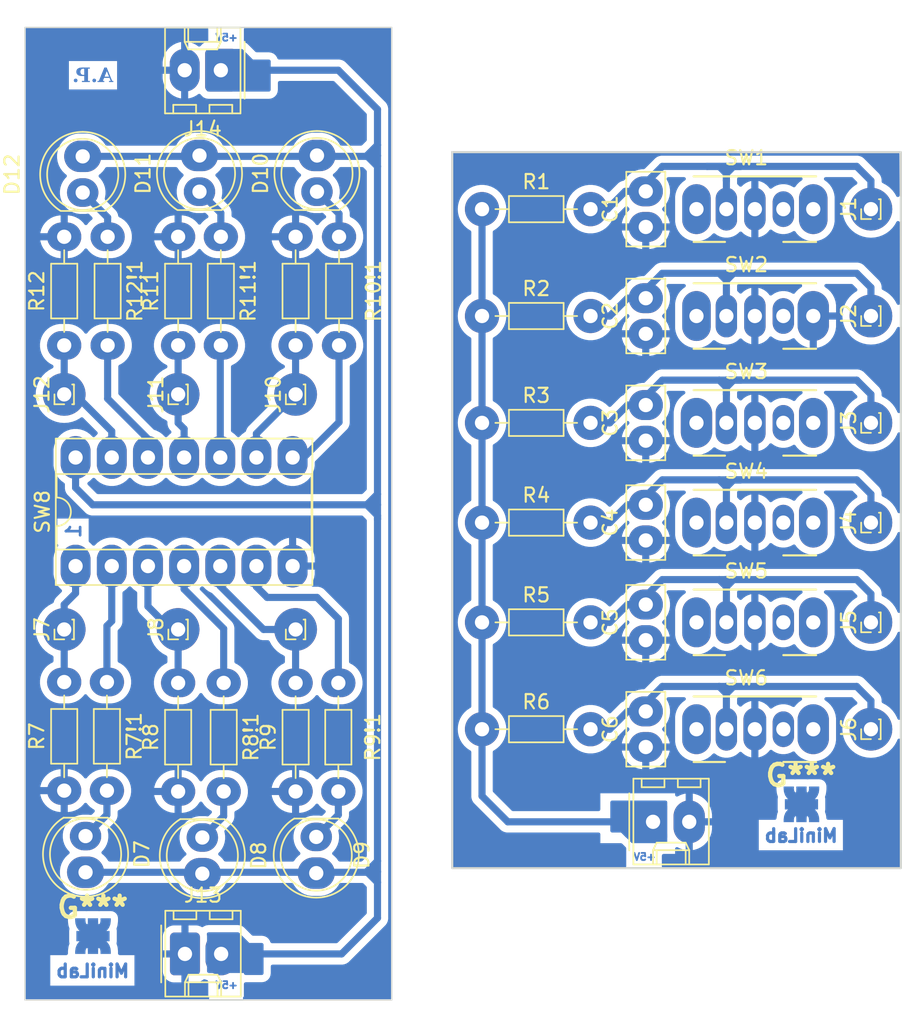
<source format=kicad_pcb>
(kicad_pcb (version 20240108) (generator "pcbnew") (generator_version "8.0")
  (layers (0 "F.Cu" signal) (31 "B.Cu" signal) (34 "B.Paste" user) (35 "F.Paste" user) (36 "B.SilkS" user "B.Silkscreen") (37 "F.SilkS" user "F.Silkscreen") (38 "B.Mask" user) (39 "F.Mask" user) (44 "Edge.Cuts" user))
  (net 0 "")
  (net 1 "GND")
  (net 2 "Net-(J2-Pin_1)")
  (net 3 "Net-(J3-Pin_1)")
  (net 4 "Net-(J4-Pin_1)")
  (net 5 "Net-(J5-Pin_1)")
  (net 6 "Net-(J6-Pin_1)")
  (net 7 "Net-(J7-Pin_1)")
  (net 8 "Net-(J8-Pin_1)")
  (net 9 "Net-(J9-Pin_1)")
  (net 10 "Net-(J10-Pin_1)")
  (net 11 "Net-(J11-Pin_1)")
  (net 12 "Net-(J12-Pin_1)")
  (net 13 "Net-(J1-Pin_1)")
  (net 14 "Net-(D7-K)")
  (net 15 "+5V")
  (net 16 "Net-(D8-K)")
  (net 17 "Net-(D9-K)")
  (net 18 "Net-(D10-K)")
  (net 19 "Net-(D11-K)")
  (net 20 "Net-(D12-K)")
  (net 21 "Net-(R7!1-Pad1)")
  (net 22 "Net-(R8!1-Pad1)")
  (net 23 "Net-(R9!1-Pad1)")
  (net 24 "Net-(R10!1-Pad2)")
  (net 25 "Net-(R11!1-Pad2)")
  (net 26 "Net-(R12!1-Pad2)")
  (net 27 "VCC")
  (net 28 "GND1")
  (footprint "Connector_PinHeader_1.00mm:PinHeader_1x01_P1.00mm_Vertical" (layer "F.Cu") (at 154.15 87.25 90)
    (property "Reference" "J4" (at 0 -1.56 90) (layer "F.SilkS"))
    (property "Value" "Out 5V/0V")
    (pad "1" thru_hole circle (at 0 0 90) (size 3 3) (drill 1) (layers "*.Cu" "*.Mask") (net 4 "Net-(J4-Pin_1)"))
  )
  (footprint "Resistor_THT:R_Axial_DIN0204_L3.6mm_D1.6mm_P7.62mm_Horizontal" (layer "F.Cu") (at 126.84 94.25)
    (property "Reference" "R5" (at 3.81 -1.92 0) (layer "F.SilkS"))
    (property "Value" "1k Omh")
    (pad "1" thru_hole circle (at 0 0) (size 2.4 2.4) (drill 1) (layers "*.Cu" "*.Mask") (net 27 "VCC"))
    (pad "2" thru_hole circle (at 7.62 0) (size 2.4 2.4) (drill 1) (layers "*.Cu" "*.Mask") (net 5 "Net-(J5-Pin_1)"))
  )
  (footprint "Resistor_THT:R_Axial_DIN0204_L3.6mm_D1.6mm_P7.62mm_Horizontal" (layer "F.Cu") (at 116.8 67.19 -90)
    (property "Reference" "R10!1" (at 3.81 -2.42 90) (layer "F.SilkS"))
    (property "Value" "470 Omh")
    (pad "1" thru_hole oval (at 0 0 270) (size 2 2.4) (drill 1) (layers "*.Cu" "*.Mask") (net 18 "Net-(D10-K)"))
    (pad "2" thru_hole oval (at 7.62 0 270) (size 2 2.4) (drill 1) (layers "*.Cu" "*.Mask") (net 24 "Net-(R10!1-Pad2)"))
  )
  (footprint "Resistor_THT:R_Axial_DIN0204_L3.6mm_D1.6mm_P7.62mm_Horizontal" (layer "F.Cu") (at 126.84 65.25)
    (property "Reference" "R1" (at 3.81 -1.92 0) (layer "F.SilkS"))
    (property "Value" "1k Omh")
    (pad "1" thru_hole circle (at 0 0) (size 2.4 2.4) (drill 1) (layers "*.Cu" "*.Mask") (net 27 "VCC"))
    (pad "2" thru_hole circle (at 7.62 0) (size 2.4 2.4) (drill 1) (layers "*.Cu" "*.Mask") (net 13 "Net-(J1-Pin_1)"))
  )
  (footprint "Connector_PinHeader_1.00mm:PinHeader_1x01_P1.00mm_Vertical" (layer "F.Cu") (at 97.5 94.75 90)
    (property "Reference" "J7" (at 0 -1.56 90) (layer "F.SilkS"))
    (property "Value" "Vin")
    (pad "1" thru_hole circle (at 0 0 90) (size 3 3) (drill 1) (layers "*.Cu" "*.Mask") (net 7 "Net-(J7-Pin_1)"))
  )
  (footprint "LED_THT:LED_D5.0mm" (layer "F.Cu") (at 99 109.25 -90)
    (property "Reference" "D7" (at 1.27 -3.96 90) (layer "F.SilkS"))
    (property "Value" "LED")
    (pad "1" thru_hole oval (at 0 0 270) (size 2 2.2) (drill 1) (layers "*.Cu" "*.Mask") (net 14 "Net-(D7-K)"))
    (pad "2" thru_hole oval (at 2.54 0 270) (size 2.2 2.6) (drill 1) (layers "*.Cu" "*.Mask") (net 15 "+5V"))
  )
  (footprint "LED_THT:LED_D5.0mm" (layer "F.Cu") (at 115.2 109.31 -90)
    (property "Reference" "D9" (at 1.27 -3.21 90) (layer "F.SilkS"))
    (property "Value" "LED")
    (pad "1" thru_hole oval (at 0 0 270) (size 2 2.2) (drill 1) (layers "*.Cu" "*.Mask") (net 17 "Net-(D9-K)"))
    (pad "2" thru_hole oval (at 2.54 0 270) (size 2.2 2.6) (drill 1) (layers "*.Cu" "*.Mask") (net 15 "+5V"))
  )
  (footprint "Button_Switch_THT:SW_CuK_OS102011MA1QN1_SPDT_Angled" (layer "F.Cu") (at 144 80.25)
    (property "Reference" "SW3" (at 1.4 -3.6 0) (layer "F.SilkS"))
    (property "Value" "SW_SPST")
    (pad "" thru_hole oval (at -2.1 0) (size 2.2 3.5) (drill 1) (layers "*.Cu" "*.Mask"))
    (pad "" thru_hole oval (at 6.1 0) (size 2 3.5) (drill 1) (layers "*.Cu" "*.Mask"))
    (pad "1" thru_hole oval (at 0 0) (size 1.5 3) (drill 1) (layers "*.Cu" "*.Mask") (net 3 "Net-(J3-Pin_1)"))
    (pad "2" thru_hole oval (at 2 0) (size 1.5 3) (drill 1) (layers "*.Cu" "*.Mask") (net 28 "GND1"))
    (pad "3" thru_hole oval (at 4 0) (size 1.5 2.5) (drill 1) (layers "*.Cu" "*.Mask"))
  )
  (footprint "LED_THT:LED_D5.0mm" (layer "F.Cu") (at 107 64.025 90)
    (property "Reference" "D11" (at 1.27 -3.96 90) (layer "F.SilkS"))
    (property "Value" "LED")
    (pad "1" thru_hole oval (at 0 0 90) (size 2 2.2) (drill 1) (layers "*.Cu" "*.Mask") (net 19 "Net-(D11-K)"))
    (pad "2" thru_hole oval (at 2.54 0 90) (size 2.2 2.6) (drill 1) (layers "*.Cu" "*.Mask") (net 15 "+5V"))
  )
  (footprint "Resistor_THT:R_Axial_DIN0204_L3.6mm_D1.6mm_P7.62mm_Horizontal" (layer "F.Cu") (at 113.75 74.81 90)
    (property "Reference" "R10" (hide yes))
    (property "Value" "10k Omh")
    (pad "1" thru_hole oval (at 0 0 90) (size 2 2.4) (drill 1) (layers "*.Cu" "*.Mask") (net 10 "Net-(J10-Pin_1)"))
    (pad "2" thru_hole oval (at 7.62 0 90) (size 2 2.4) (drill 1) (layers "*.Cu" "*.Mask") (net 1 "GND"))
  )
  (footprint "Connector_Molex:Molex_KK-254_AE-6410-02A_1x02_P2.54mm_Vertical" (layer "F.Cu") (at 108.5 55.5 180)
    (property "Reference" "J14" (at 1.27 -4.12 0) (layer "F.SilkS"))
    (property "Value" "In 5V")
    (pad "1" thru_hole roundrect (at 0 0 180) (size 2.2 3) (drill 1) (layers "*.Cu" "*.Mask") (roundrect_rratio 0.143678) (net 15 "+5V"))
    (pad "2" thru_hole oval (at 2.54 0 180) (size 2.1 3) (drill 1) (layers "*.Cu" "*.Mask") (net 1 "GND"))
  )
  (footprint "Button_Switch_THT:SW_CuK_OS102011MA1QN1_SPDT_Angled" (layer "F.Cu") (at 144 87.25)
    (property "Reference" "SW4" (at 1.4 -3.6 0) (layer "F.SilkS"))
    (property "Value" "SW_SPST")
    (pad "" thru_hole oval (at -2.1 0) (size 2 3.5) (drill 1) (layers "*.Cu" "*.Mask"))
    (pad "" thru_hole oval (at 6.1 0) (size 2 3.5) (drill 1) (layers "*.Cu" "*.Mask"))
    (pad "1" thru_hole oval (at 0 0) (size 1.5 3) (drill 1) (layers "*.Cu" "*.Mask") (net 4 "Net-(J4-Pin_1)"))
    (pad "2" thru_hole oval (at 2 0) (size 1.5 3) (drill 1) (layers "*.Cu" "*.Mask") (net 28 "GND1"))
    (pad "3" thru_hole oval (at 4 0) (size 1.5 2.5) (drill 1) (layers "*.Cu" "*.Mask"))
  )
  (footprint "Capacitor_THT:C_Disc_D5.0mm_W2.5mm_P2.50mm" (layer "F.Cu") (at 138.34 81.5 90)
    (property "Reference" "C3" (at 1.25 -2.5 90) (layer "F.SilkS"))
    (property "Value" "0,1 uF")
    (pad "1" thru_hole oval (at 0 0 90) (size 2.1 2.4) (drill 1) (layers "*.Cu" "*.Mask") (net 28 "GND1"))
    (pad "2" thru_hole oval (at 2.5 0 90) (size 2.1 2.4) (drill 1) (layers "*.Cu" "*.Mask") (net 3 "Net-(J3-Pin_1)"))
  )
  (footprint "Button_Switch_THT:SW_CuK_OS102011MA1QN1_SPDT_Angled" (layer "F.Cu") (at 144 101.75)
    (property "Reference" "SW6" (at 1.4 -3.6 0) (layer "F.SilkS"))
    (property "Value" "SW_SPST")
    (pad "" thru_hole oval (at -2.1 0) (size 2 3.5) (drill 1) (layers "*.Cu" "*.Mask"))
    (pad "" thru_hole oval (at 6.1 0) (size 2.2 3.5) (drill 1) (layers "*.Cu" "*.Mask"))
    (pad "1" thru_hole oval (at 0 0) (size 1.5 3) (drill 1) (layers "*.Cu" "*.Mask") (net 6 "Net-(J6-Pin_1)"))
    (pad "2" thru_hole oval (at 2 0) (size 1.6 3) (drill 1) (layers "*.Cu" "*.Mask") (net 28 "GND1"))
    (pad "3" thru_hole oval (at 4 0) (size 1.5 2.5) (drill 1) (layers "*.Cu" "*.Mask"))
  )
  (footprint "Connector_PinHeader_1.00mm:PinHeader_1x01_P1.00mm_Vertical" (layer "F.Cu") (at 105.5 94.75 90)
    (property "Reference" "J8" (at 0 -1.56 90) (layer "F.SilkS"))
    (property "Value" "Vin")
    (pad "1" thru_hole circle (at 0 0 90) (size 3 3) (drill 1) (layers "*.Cu" "*.Mask") (net 8 "Net-(J8-Pin_1)"))
  )
  (footprint "Connector_PinHeader_1.00mm:PinHeader_1x01_P1.00mm_Vertical" (layer "F.Cu") (at 97.5 78.25 90)
    (property "Reference" "J12" (at 0 -1.56 90) (layer "F.SilkS"))
    (property "Value" "Vin")
    (pad "1" thru_hole circle (at 0 0 90) (size 3 3) (drill 1) (layers "*.Cu" "*.Mask") (net 12 "Net-(J12-Pin_1)"))
  )
  (footprint "Button_Switch_THT:SW_CuK_OS102011MA1QN1_SPDT_Angled" (layer "F.Cu") (at 144 65.25)
    (property "Reference" "SW1" (at 1.4 -3.6 0) (layer "F.SilkS"))
    (property "Value" "SW_SPST")
    (pad "" thru_hole oval (at -2.1 0) (size 2 3.5) (drill 1) (layers "*.Cu" "*.Mask"))
    (pad "" thru_hole oval (at 6.1 0) (size 2 3.5) (drill 1) (layers "*.Cu" "*.Mask"))
    (pad "1" thru_hole oval (at 0 0) (size 1.5 3) (drill 1) (layers "*.Cu" "*.Mask") (net 13 "Net-(J1-Pin_1)"))
    (pad "2" thru_hole oval (at 2 0) (size 1.5 3) (drill 1) (layers "*.Cu" "*.Mask") (net 28 "GND1"))
    (pad "3" thru_hole oval (at 4 0) (size 1.5 2.5) (drill 1) (layers "*.Cu" "*.Mask"))
  )
  (footprint "logoutn:utnkicad2mm" (layer "F.Cu") (at 149.25 107)
    (property "Reference" "G***" (at 0 -2 0) (layer "F.SilkS") (effects (font (size 1.5 1.5) (thickness 0.3))))
    (property "Value" "LOGO" (hide yes))
    (fp_poly (pts (xy -0.508848 -1.068581) (xy -0.488958 -0.926752) (xy -0.435901 -0.833081) (xy -0.373156 -0.805676) (xy -0.353801 -0.843826) (xy -0.341519 -0.941366) (xy -0.339232 -1.017696) (xy -0.339232 -1.229716) (xy 0.021202 -1.229716) (xy 0.381636 -1.229716) (xy 0.381636 -1.017696) (xy 0.38774 -0.896733) (xy 0.403346 -0.819968) (xy 0.415559 -0.805676) (xy 0.488761 -0.844214) (xy 0.537108 -0.947012) (xy 0.551252 -1.068581) (xy 0.551252 -1.229716) (xy 0.911686 -1.229716) (xy 1.27212 -1.229716) (xy 1.27212 -1.037537) (xy 1.240068 -0.799653) (xy 1.152372 -0.577864) (xy 1.050684 -0.43522) (xy 0.960509 -0.339232) (xy 1.07391 -0.339232) (xy 1.187312 -0.339232) (xy 1.187312 0.021202) (xy 1.187312 0.381636) (xy 1.07391 0.381636) (xy 0.960509 0.381636) (xy 1.050684 0.477623) (xy 1.173761 0.661697) (xy 1.25134 0.889467) (xy 1.27212 1.07994) (xy 1.27212 1.27212) (xy 0.911686 1.27212) (xy 0.551252 1.27212) (xy 0.551252 1.110985) (xy 0.531361 0.969155) (xy 0.478305 0.875484) (xy 0.415559 0.84808) (xy 0.396205 0.88623) (xy 0.383922 0.983769) (xy 0.381636 1.0601) (xy 0.381636 1.27212) (xy 0.021202 1.27212) (xy -0.339232 1.27212) (xy -0.339232 1.0601) (xy -0.345336 0.939136) (xy -0.360943 0.862371) (xy -0.373156 0.84808) (xy -0.446358 0.886617) (xy -0.494704 0.989415) (xy -0.508848 1.110985) (xy -0.508848 1.27212) (xy -0.869282 1.27212) (xy -1.229716 1.27212) (xy -1.229716 1.07994) (xy -1.197665 0.842057) (xy -1.109968 0.620268) (xy -1.008281 0.477623) (xy -0.918105 0.381636) (xy -1.031507 0.381636) (xy -1.144908 0.381636) (xy -1.144908 0.021202) (xy -1.144908 -0.339232) (xy -1.031507 -0.339232) (xy -0.918105 -0.339232) (xy -1.008281 -0.43522) (xy -1.131358 -0.619294) (xy -1.208937 -0.847064) (xy -1.229716 -1.037537) (xy -1.229716 -1.229716) (xy -0.869282 -1.229716) (xy -0.508848 -1.229716)) (fill solid) (layer "B.Cu"))
  )
  (footprint "Resistor_THT:R_Axial_DIN0204_L3.6mm_D1.6mm_P7.62mm_Horizontal" (layer "F.Cu") (at 113.75 106.12 90)
    (property "Reference" "R9" (at 3.81 -1.92 90) (layer "F.SilkS"))
    (property "Value" "10k Omh")
    (pad "1" thru_hole oval (at 0 0 90) (size 2 2.4) (drill 1) (layers "*.Cu" "*.Mask") (net 1 "GND"))
    (pad "2" thru_hole oval (at 7.62 0 90) (size 2 2.4) (drill 1) (layers "*.Cu" "*.Mask") (net 9 "Net-(J9-Pin_1)"))
  )
  (footprint "Connector_PinHeader_1.00mm:PinHeader_1x01_P1.00mm_Vertical" (layer "F.Cu") (at 113.75 78.25 90)
    (property "Reference" "J10" (at 0 -1.56 90) (layer "F.SilkS"))
    (property "Value" "Vin")
    (pad "1" thru_hole circle (at 0 0 90) (size 3 3) (drill 1) (layers "*.Cu" "*.Mask") (net 10 "Net-(J10-Pin_1)"))
  )
  (footprint "Resistor_THT:R_Axial_DIN0204_L3.6mm_D1.6mm_P7.62mm_Horizontal" (layer "F.Cu") (at 126.84 87.25)
    (property "Reference" "R4" (at 3.81 -1.92 0) (layer "F.SilkS"))
    (property "Value" "1k Omh")
    (pad "1" thru_hole circle (at 0 0) (size 2.4 2.4) (drill 1) (layers "*.Cu" "*.Mask") (net 27 "VCC"))
    (pad "2" thru_hole circle (at 7.62 0) (size 2.4 2.4) (drill 1) (layers "*.Cu" "*.Mask") (net 4 "Net-(J4-Pin_1)"))
  )
  (footprint "Button_Switch_THT:SW_CuK_OS102011MA1QN1_SPDT_Angled" (layer "F.Cu") (at 144 94.25)
    (property "Reference" "SW5" (at 1.4 -3.6 0) (layer "F.SilkS"))
    (property "Value" "SW_SPST")
    (pad "" thru_hole oval (at -2.1 0) (size 2 3.5) (drill 1) (layers "*.Cu" "*.Mask"))
    (pad "" thru_hole oval (at 6.1 0) (size 2 3.5) (drill 1) (layers "*.Cu" "*.Mask"))
    (pad "1" thru_hole oval (at 0 0) (size 1.5 3) (drill 1) (layers "*.Cu" "*.Mask") (net 5 "Net-(J5-Pin_1)"))
    (pad "2" thru_hole oval (at 2 0) (size 1.5 3) (drill 1) (layers "*.Cu" "*.Mask") (net 28 "GND1"))
    (pad "3" thru_hole oval (at 4 0) (size 1.5 2.5) (drill 1) (layers "*.Cu" "*.Mask"))
  )
  (footprint "Resistor_THT:R_Axial_DIN0204_L3.6mm_D1.6mm_P7.62mm_Horizontal" (layer "F.Cu") (at 108.5 67.19 -90)
    (property "Reference" "R11!1" (at 3.81 -1.92 90) (layer "F.SilkS"))
    (property "Value" "470 Omh")
    (pad "1" thru_hole oval (at 0 0 270) (size 2 2.4) (drill 1) (layers "*.Cu" "*.Mask") (net 19 "Net-(D11-K)"))
    (pad "2" thru_hole oval (at 7.62 0 270) (size 2 2.4) (drill 1) (layers "*.Cu" "*.Mask") (net 25 "Net-(R11!1-Pad2)"))
  )
  (footprint "Connector_PinHeader_1.00mm:PinHeader_1x01_P1.00mm_Vertical" (layer "F.Cu") (at 154.15 80.25 90)
    (property "Reference" "J3" (at 0 -1.56 90) (layer "F.SilkS"))
    (property "Value" "Out 5V/0V")
    (pad "1" thru_hole circle (at 0 0 90) (size 3 3) (drill 1) (layers "*.Cu" "*.Mask") (net 3 "Net-(J3-Pin_1)"))
  )
  (footprint "Resistor_THT:R_Axial_DIN0204_L3.6mm_D1.6mm_P7.62mm_Horizontal" (layer "F.Cu") (at 105.5 106.12 90)
    (property "Reference" "R8" (at 3.81 -1.92 90) (layer "F.SilkS"))
    (property "Value" "10k Omh")
    (pad "1" thru_hole oval (at 0 0 90) (size 2 2.4) (drill 1) (layers "*.Cu" "*.Mask") (net 1 "GND"))
    (pad "2" thru_hole oval (at 7.62 0 90) (size 2 2.4) (drill 1) (layers "*.Cu" "*.Mask") (net 8 "Net-(J8-Pin_1)"))
  )
  (footprint "Resistor_THT:R_Axial_DIN0204_L3.6mm_D1.6mm_P7.62mm_Horizontal" (layer "F.Cu") (at 108.7 98.5 -90)
    (property "Reference" "R8!1" (at 3.81 -1.92 90) (layer "F.SilkS"))
    (property "Value" "470 Omh")
    (pad "1" thru_hole oval (at 0 0 270) (size 2 2.4) (drill 1) (layers "*.Cu" "*.Mask") (net 22 "Net-(R8!1-Pad1)"))
    (pad "2" thru_hole oval (at 7.62 0 270) (size 2 2.4) (drill 1) (layers "*.Cu" "*.Mask") (net 16 "Net-(D8-K)"))
  )
  (footprint "Resistor_THT:R_Axial_DIN0204_L3.6mm_D1.6mm_P7.62mm_Horizontal" (layer "F.Cu") (at 126.84 72.75)
    (property "Reference" "R2" (at 3.81 -1.92 0) (layer "F.SilkS"))
    (property "Value" "1k Omh")
    (pad "1" thru_hole circle (at 0 0) (size 2.4 2.4) (drill 1) (layers "*.Cu" "*.Mask") (net 27 "VCC"))
    (pad "2" thru_hole circle (at 7.62 0) (size 2.4 2.4) (drill 1) (layers "*.Cu" "*.Mask") (net 2 "Net-(J2-Pin_1)"))
  )
  (footprint "Capacitor_THT:C_Disc_D5.0mm_W2.5mm_P2.50mm" (layer "F.Cu") (at 138.34 95.5 90)
    (property "Reference" "C5" (at 1.25 -2.5 90) (layer "F.SilkS"))
    (property "Value" "0,1 uF")
    (pad "1" thru_hole oval (at 0 0 90) (size 2.1 2.4) (drill 1) (layers "*.Cu" "*.Mask") (net 28 "GND1"))
    (pad "2" thru_hole oval (at 2.5 0 90) (size 2.1 2.4) (drill 1) (layers "*.Cu" "*.Mask") (net 5 "Net-(J5-Pin_1)"))
  )
  (footprint "Resistor_THT:R_Axial_DIN0204_L3.6mm_D1.6mm_P7.62mm_Horizontal" (layer "F.Cu") (at 100.5 98.44 -90)
    (property "Reference" "R7!1" (at 3.81 -1.92 90) (layer "F.SilkS"))
    (property "Value" "470 Omh")
    (pad "1" thru_hole oval (at 0 0 270) (size 2 2.4) (drill 1) (layers "*.Cu" "*.Mask") (net 21 "Net-(R7!1-Pad1)"))
    (pad "2" thru_hole oval (at 7.62 0 270) (size 2 2.4) (drill 1) (layers "*.Cu" "*.Mask") (net 14 "Net-(D7-K)"))
  )
  (footprint "Resistor_THT:R_Axial_DIN0204_L3.6mm_D1.6mm_P7.62mm_Horizontal" (layer "F.Cu") (at 100.55 67.19 -90)
    (property "Reference" "R12!1" (at 3.81 -1.92 90) (layer "F.SilkS"))
    (property "Value" "470 Omh")
    (pad "1" thru_hole oval (at 0 0 270) (size 2 2.4) (drill 1) (layers "*.Cu" "*.Mask") (net 20 "Net-(D12-K)"))
    (pad "2" thru_hole oval (at 7.62 0 270) (size 2 2.4) (drill 1) (layers "*.Cu" "*.Mask") (net 26 "Net-(R12!1-Pad2)"))
  )
  (footprint "Connector_PinHeader_1.00mm:PinHeader_1x01_P1.00mm_Vertical" (layer "F.Cu") (at 154.15 65.25 90)
    (property "Reference" "J1" (at 0 -1.56 90) (layer "F.SilkS"))
    (property "Value" "Out 5V/0V")
    (pad "1" thru_hole circle (at 0 0 90) (size 3 3) (drill 1) (layers "*.Cu" "*.Mask") (net 13 "Net-(J1-Pin_1)"))
  )
  (footprint "LED_THT:LED_D5.0mm" (layer "F.Cu") (at 98.8 64.085 90)
    (property "Reference" "D12" (at 1.27 -4.96 90) (layer "F.SilkS"))
    (property "Value" "LED")
    (pad "1" thru_hole oval (at 0 0 90) (size 2 2.2) (drill 1) (layers "*.Cu" "*.Mask") (net 20 "Net-(D12-K)"))
    (pad "2" thru_hole oval (at 2.54 0 90) (size 2.2 2.6) (drill 1) (layers "*.Cu" "*.Mask") (net 15 "+5V"))
  )
  (footprint "Connector_Molex:Molex_KK-254_AE-6410-02A_1x02_P2.54mm_Vertical" (layer "F.Cu") (at 105.98 117.52)
    (property "Reference" "J13" (at 1.27 -4.12 0) (layer "F.SilkS"))
    (property "Value" "In 5V")
    (pad "1" thru_hole roundrect (at 0 0) (size 2.1 3) (drill 1) (layers "*.Cu" "*.Mask") (roundrect_rratio 0.143678) (net 1 "GND"))
    (pad "2" thru_hole oval (at 2.54 0) (size 2.2 3) (drill 1) (layers "*.Cu" "*.Mask") (net 15 "+5V"))
  )
  (footprint "logoutn:utnkicad2mm" (layer "F.Cu") (at 99.5 116.25)
    (property "Reference" "G***" (at 0 -2 0) (layer "F.SilkS") (effects (font (size 1.5 1.5) (thickness 0.3))))
    (property "Value" "LOGO" (hide yes))
    (fp_poly (pts (xy -0.508848 -1.068581) (xy -0.488958 -0.926752) (xy -0.435901 -0.833081) (xy -0.373156 -0.805676) (xy -0.353801 -0.843826) (xy -0.341519 -0.941366) (xy -0.339232 -1.017696) (xy -0.339232 -1.229716) (xy 0.021202 -1.229716) (xy 0.381636 -1.229716) (xy 0.381636 -1.017696) (xy 0.38774 -0.896733) (xy 0.403346 -0.819968) (xy 0.415559 -0.805676) (xy 0.488761 -0.844214) (xy 0.537108 -0.947012) (xy 0.551252 -1.068581) (xy 0.551252 -1.229716) (xy 0.911686 -1.229716) (xy 1.27212 -1.229716) (xy 1.27212 -1.037537) (xy 1.240068 -0.799653) (xy 1.152372 -0.577864) (xy 1.050684 -0.43522) (xy 0.960509 -0.339232) (xy 1.07391 -0.339232) (xy 1.187312 -0.339232) (xy 1.187312 0.021202) (xy 1.187312 0.381636) (xy 1.07391 0.381636) (xy 0.960509 0.381636) (xy 1.050684 0.477623) (xy 1.173761 0.661697) (xy 1.25134 0.889467) (xy 1.27212 1.07994) (xy 1.27212 1.27212) (xy 0.911686 1.27212) (xy 0.551252 1.27212) (xy 0.551252 1.110985) (xy 0.531361 0.969155) (xy 0.478305 0.875484) (xy 0.415559 0.84808) (xy 0.396205 0.88623) (xy 0.383922 0.983769) (xy 0.381636 1.0601) (xy 0.381636 1.27212) (xy 0.021202 1.27212) (xy -0.339232 1.27212) (xy -0.339232 1.0601) (xy -0.345336 0.939136) (xy -0.360943 0.862371) (xy -0.373156 0.84808) (xy -0.446358 0.886617) (xy -0.494704 0.989415) (xy -0.508848 1.110985) (xy -0.508848 1.27212) (xy -0.869282 1.27212) (xy -1.229716 1.27212) (xy -1.229716 1.07994) (xy -1.197665 0.842057) (xy -1.109968 0.620268) (xy -1.008281 0.477623) (xy -0.918105 0.381636) (xy -1.031507 0.381636) (xy -1.144908 0.381636) (xy -1.144908 0.021202) (xy -1.144908 -0.339232) (xy -1.031507 -0.339232) (xy -0.918105 -0.339232) (xy -1.008281 -0.43522) (xy -1.131358 -0.619294) (xy -1.208937 -0.847064) (xy -1.229716 -1.037537) (xy -1.229716 -1.229716) (xy -0.869282 -1.229716) (xy -0.508848 -1.229716)) (fill solid) (layer "B.Cu"))
  )
  (footprint "Connector_Molex:Molex_KK-254_AE-6410-02A_1x02_P2.54mm_Vertical" (layer "F.Cu") (at 138.85 108.25)
    (property "Reference" "J0" (hide yes))
    (property "Value" "In 5V")
    (pad "1" thru_hole roundrect (at 0 0) (size 2 2.8) (drill 1) (layers "*.Cu" "*.Mask") (roundrect_rratio 0.143678) (net 27 "VCC"))
    (pad "2" thru_hole oval (at 2.54 0) (size 2.2 3) (drill 1) (layers "*.Cu" "*.Mask") (net 28 "GND1"))
  )
  (footprint "Connector_PinHeader_1.00mm:PinHeader_1x01_P1.00mm_Vertical" (layer "F.Cu") (at 113.75 94.75 90)
    (property "Reference" "J9" (hide yes))
    (property "Value" "Vin" (hide yes))
    (pad "1" thru_hole circle (at 0 0 90) (size 3 3) (drill 1) (layers "*.Cu" "*.Mask") (net 9 "Net-(J9-Pin_1)"))
  )
  (footprint "Capacitor_THT:C_Disc_D5.0mm_W2.5mm_P2.50mm" (layer "F.Cu") (at 138.34 74 90)
    (property "Reference" "C2" (at 1.25 -2.5 90) (layer "F.SilkS"))
    (property "Value" "0,1 uF")
    (pad "1" thru_hole oval (at 0 0 90) (size 2.1 2.4) (drill 1) (layers "*.Cu" "*.Mask") (net 28 "GND1"))
    (pad "2" thru_hole oval (at 2.5 0 90) (size 2.1 2.4) (drill 1) (layers "*.Cu" "*.Mask") (net 2 "Net-(J2-Pin_1)"))
  )
  (footprint "LED_THT:LED_D5.0mm" (layer "F.Cu") (at 107.2 109.35 -90)
    (property "Reference" "D8" (at 1.27 -3.96 90) (layer "F.SilkS"))
    (property "Value" "LED")
    (pad "1" thru_hole oval (at 0 0 270) (size 2 2.2) (drill 1) (layers "*.Cu" "*.Mask") (net 16 "Net-(D8-K)"))
    (pad "2" thru_hole oval (at 2.54 0 270) (size 2.2 2.6) (drill 1) (layers "*.Cu" "*.Mask") (net 15 "+5V"))
  )
  (footprint "Capacitor_THT:C_Disc_D5.0mm_W2.5mm_P2.50mm" (layer "F.Cu") (at 138.34 66.5 90)
    (property "Reference" "C1" (at 1.25 -2.5 90) (layer "F.SilkS"))
    (property "Value" "0,1 uF")
    (pad "1" thru_hole oval (at 0 0 90) (size 2.1 2.4) (drill 1) (layers "*.Cu" "*.Mask") (net 28 "GND1"))
    (pad "2" thru_hole oval (at 2.5 0 90) (size 2.1 2.4) (drill 1) (layers "*.Cu" "*.Mask") (net 13 "Net-(J1-Pin_1)"))
  )
  (footprint "Button_Switch_THT:SW_CuK_OS102011MA1QN1_SPDT_Angled" (layer "F.Cu") (at 144 72.75)
    (property "Reference" "SW2" (at 1.4 -3.6 0) (layer "F.SilkS"))
    (property "Value" "SW_SPST")
    (pad "" thru_hole oval (at -2.1 0) (size 2 3.5) (drill 1) (layers "*.Cu" "*.Mask"))
    (pad "1" thru_hole oval (at 0 0) (size 1.5 3) (drill 1) (layers "*.Cu" "*.Mask") (net 2 "Net-(J2-Pin_1)"))
    (pad "2" thru_hole oval (at 2 0) (size 1.5 3) (drill 1) (layers "*.Cu" "*.Mask") (net 28 "GND1"))
    (pad "2" thru_hole oval (at 6.1 0) (size 2.2 3.5) (drill 1) (layers "*.Cu" "*.Mask") (net 28 "GND1"))
    (pad "3" thru_hole oval (at 4 0) (size 1.5 2.5) (drill 1) (layers "*.Cu" "*.Mask"))
  )
  (footprint "Resistor_THT:R_Axial_DIN0204_L3.6mm_D1.6mm_P7.62mm_Horizontal" (layer "F.Cu") (at 126.84 101.75)
    (property "Reference" "R6" (at 3.81 -1.92 0) (layer "F.SilkS"))
    (property "Value" "1k Omh")
    (pad "1" thru_hole circle (at 0 0) (size 2.4 2.4) (drill 1) (layers "*.Cu" "*.Mask") (net 27 "VCC"))
    (pad "2" thru_hole circle (at 7.62 0) (size 2.4 2.4) (drill 1) (layers "*.Cu" "*.Mask") (net 6 "Net-(J6-Pin_1)"))
  )
  (footprint "LED_THT:LED_D5.0mm" (layer "F.Cu") (at 115.25 64.025 90)
    (property "Reference" "D10" (at 1.27 -3.96 90) (layer "F.SilkS"))
    (property "Value" "LED")
    (pad "1" thru_hole oval (at 0 0 90) (size 2 2.2) (drill 1) (layers "*.Cu" "*.Mask") (net 18 "Net-(D10-K)"))
    (pad "2" thru_hole oval (at 2.54 0 90) (size 2.2 2.6) (drill 1) (layers "*.Cu" "*.Mask") (net 15 "+5V"))
  )
  (footprint "Connector_PinHeader_1.00mm:PinHeader_1x01_P1.00mm_Vertical" (layer "F.Cu") (at 105.5 78.25 90)
    (property "Reference" "J11" (at 0 -1.56 90) (layer "F.SilkS"))
    (property "Value" "Vin")
    (pad "1" thru_hole circle (at 0 0 90) (size 3 3) (drill 1) (layers "*.Cu" "*.Mask") (net 11 "Net-(J11-Pin_1)"))
  )
  (footprint "Connector_PinHeader_1.00mm:PinHeader_1x01_P1.00mm_Vertical" (layer "F.Cu") (at 154.15 72.75 90)
    (property "Reference" "J2" (at 0 -1.56 90) (layer "F.SilkS"))
    (property "Value" "Out 5V/0V")
    (pad "1" thru_hole circle (at 0 0 90) (size 3 3) (drill 1) (layers "*.Cu" "*.Mask") (net 2 "Net-(J2-Pin_1)"))
  )
  (footprint "Resistor_THT:R_Axial_DIN0204_L3.6mm_D1.6mm_P7.62mm_Horizontal" (layer "F.Cu") (at 97.5 106.06 90)
    (property "Reference" "R7" (at 3.81 -1.92 90) (layer "F.SilkS"))
    (property "Value" "10k Omh")
    (pad "1" thru_hole oval (at 0 0 90) (size 2 2.4) (drill 1) (layers "*.Cu" "*.Mask") (net 1 "GND"))
    (pad "2" thru_hole oval (at 7.62 0 90) (size 2 2.4) (drill 1) (layers "*.Cu" "*.Mask") (net 7 "Net-(J7-Pin_1)"))
  )
  (footprint "Connector_PinHeader_1.00mm:PinHeader_1x01_P1.00mm_Vertical" (layer "F.Cu") (at 154.15 101.75 90)
    (property "Reference" "J6" (at 0 -1.56 90) (layer "F.SilkS"))
    (property "Value" "Out 5V/0V")
    (pad "1" thru_hole circle (at 0 0 90) (size 3 3) (drill 1) (layers "*.Cu" "*.Mask") (net 6 "Net-(J6-Pin_1)"))
  )
  (footprint "Capacitor_THT:C_Disc_D5.0mm_W2.5mm_P2.50mm" (layer "F.Cu") (at 138.34 103 90)
    (property "Reference" "C6" (at 1.25 -2.5 90) (layer "F.SilkS"))
    (property "Value" "0,1 uF")
    (pad "1" thru_hole oval (at 0 0 90) (size 2.1 2.4) (drill 1) (layers "*.Cu" "*.Mask") (net 28 "GND1"))
    (pad "2" thru_hole oval (at 2.5 0 90) (size 2.1 2.4) (drill 1) (layers "*.Cu" "*.Mask") (net 6 "Net-(J6-Pin_1)"))
  )
  (footprint "Resistor_THT:R_Axial_DIN0204_L3.6mm_D1.6mm_P7.62mm_Horizontal" (layer "F.Cu") (at 126.84 80.25)
    (property "Reference" "R3" (at 3.81 -1.92 0) (layer "F.SilkS"))
    (property "Value" "1k Omh")
    (pad "1" thru_hole circle (at 0 0) (size 2.4 2.4) (drill 1) (layers "*.Cu" "*.Mask") (net 27 "VCC"))
    (pad "2" thru_hole circle (at 7.62 0) (size 2.4 2.4) (drill 1) (layers "*.Cu" "*.Mask") (net 3 "Net-(J3-Pin_1)"))
  )
  (footprint "Resistor_THT:R_Axial_DIN0204_L3.6mm_D1.6mm_P7.62mm_Horizontal" (layer "F.Cu") (at 105.5 74.81 90)
    (property "Reference" "R11" (at 3.81 -1.92 90) (layer "F.SilkS"))
    (property "Value" "10k Omh")
    (pad "1" thru_hole oval (at 0 0 90) (size 2 2.4) (drill 1) (layers "*.Cu" "*.Mask") (net 11 "Net-(J11-Pin_1)"))
    (pad "2" thru_hole oval (at 7.62 0 90) (size 2 2.4) (drill 1) (layers "*.Cu" "*.Mask") (net 1 "GND"))
  )
  (footprint "Connector_PinHeader_1.00mm:PinHeader_1x01_P1.00mm_Vertical" (layer "F.Cu") (at 154.15 94.25 90)
    (property "Reference" "J5" (at 0 -1.56 90) (layer "F.SilkS"))
    (property "Value" "Out 5V/0V")
    (pad "1" thru_hole circle (at 0 0 90) (size 3 3) (drill 1) (layers "*.Cu" "*.Mask") (net 5 "Net-(J5-Pin_1)"))
  )
  (footprint "Package_DIP:DIP-14_W7.62mm_Socket" (layer "F.Cu") (at 98.3 90.3 90)
    (property "Reference" "SW8" (at 3.81 -2.33 90) (layer "F.SilkS"))
    (property "Value" "SW_DIP_x07")
    (pad "1" thru_hole oval (at 0 0 90) (size 3 2.1) (drill 1) (layers "*.Cu" "*.Mask") (net 7 "Net-(J7-Pin_1)"))
    (pad "2" thru_hole oval (at 0 2.54 90) (size 3 2.1) (drill 1) (layers "*.Cu" "*.Mask") (net 21 "Net-(R7!1-Pad1)"))
    (pad "3" thru_hole oval (at 0 5.08 90) (size 3 2.1) (drill 1) (layers "*.Cu" "*.Mask") (net 8 "Net-(J8-Pin_1)"))
    (pad "4" thru_hole oval (at 0 7.62 90) (size 3 2.1) (drill 1) (layers "*.Cu" "*.Mask") (net 22 "Net-(R8!1-Pad1)"))
    (pad "5" thru_hole oval (at 0 10.16 90) (size 3 2.1) (drill 1) (layers "*.Cu" "*.Mask") (net 9 "Net-(J9-Pin_1)"))
    (pad "6" thru_hole oval (at 0 12.7 90) (size 3 2.1) (drill 1) (layers "*.Cu" "*.Mask") (net 23 "Net-(R9!1-Pad1)"))
    (pad "7" thru_hole oval (at 0 15.24 90) (size 3 2.1) (drill 1) (layers "*.Cu" "*.Mask") (net 1 "GND"))
    (pad "8" thru_hole oval (at 7.62 15.24 90) (size 3 2.1) (drill 1) (layers "*.Cu" "*.Mask") (net 24 "Net-(R10!1-Pad2)"))
    (pad "9" thru_hole oval (at 7.62 12.7 90) (size 3 2.1) (drill 1) (layers "*.Cu" "*.Mask") (net 10 "Net-(J10-Pin_1)"))
    (pad "10" thru_hole oval (at 7.62 10.16 90) (size 3 2.1) (drill 1) (layers "*.Cu" "*.Mask") (net 25 "Net-(R11!1-Pad2)"))
    (pad "11" thru_hole oval (at 7.62 7.62 90) (size 3 2.1) (drill 1) (layers "*.Cu" "*.Mask") (net 11 "Net-(J11-Pin_1)"))
    (pad "12" thru_hole oval (at 7.62 5.08 90) (size 3 2.1) (drill 1) (layers "*.Cu" "*.Mask") (net 26 "Net-(R12!1-Pad2)"))
    (pad "13" thru_hole oval (at 7.62 2.54 90) (size 3 2.1) (drill 1) (layers "*.Cu" "*.Mask") (net 12 "Net-(J12-Pin_1)"))
    (pad "14" thru_hole oval (at 7.62 0 90) (size 3 2.1) (drill 1) (layers "*.Cu" "*.Mask") (net 15 "+5V"))
  )
  (footprint "Capacitor_THT:C_Disc_D5.0mm_W2.5mm_P2.50mm" (layer "F.Cu") (at 138.34 88.5 90)
    (property "Reference" "C4" (at 1.25 -2.5 90) (layer "F.SilkS"))
    (property "Value" "0,1 uF")
    (pad "1" thru_hole oval (at 0 0 90) (size 2.1 2.4) (drill 1) (layers "*.Cu" "*.Mask") (net 28 "GND1"))
    (pad "2" thru_hole oval (at 2.5 0 90) (size 2.1 2.4) (drill 1) (layers "*.Cu" "*.Mask") (net 4 "Net-(J4-Pin_1)"))
  )
  (footprint "Resistor_THT:R_Axial_DIN0204_L3.6mm_D1.6mm_P7.62mm_Horizontal" (layer "F.Cu") (at 97.5 74.81 90)
    (property "Reference" "R12" (at 3.81 -1.92 90) (layer "F.SilkS"))
    (property "Value" "10k Omh")
    (pad "1" thru_hole oval (at 0 0 90) (size 2 2.4) (drill 1) (layers "*.Cu" "*.Mask") (net 12 "Net-(J12-Pin_1)"))
    (pad "2" thru_hole oval (at 7.62 0 90) (size 2 2.4) (drill 1) (layers "*.Cu" "*.Mask") (net 1 "GND"))
  )
  (footprint "Resistor_THT:R_Axial_DIN0204_L3.6mm_D1.6mm_P7.62mm_Horizontal" (layer "F.Cu") (at 116.75 98.5 -90)
    (property "Reference" "R9!1" (at 3.81 -2.42 90) (layer "F.SilkS"))
    (property "Value" "470 Omh")
    (pad "1" thru_hole oval (at 0 0 270) (size 2 2.4) (drill 1) (layers "*.Cu" "*.Mask") (net 23 "Net-(R9!1-Pad1)"))
    (pad "2" thru_hole oval (at 7.62 0 270) (size 2 2.4) (drill 1) (layers "*.Cu" "*.Mask") (net 17 "Net-(D9-K)"))
  )
  (gr_rect (start 124.75 61.25) (end 156.25 111.5) (stroke (width 0.15)) (fill none) (layer "Edge.Cuts"))
  (gr_rect (start 94.75 52.5) (end 120.5 120.75) (stroke (width 0.1)) (fill none) (layer "Edge.Cuts"))
  (gr_text "A.P." (at 99.5 56.5 0) (layer "B.Cu") (effects (font (size 1 1) (thickness 0.25) (bold yes)) (justify bottom mirror)))
  (gr_text "+5V" (at 109.75 53.5 0) (layer "B.Cu") (effects (font (size 0.5 0.5) (thickness 0.125) (bold yes)) (justify left bottom mirror)))
  (gr_text "MiniLab" (at 149.25 109.75 0) (layer "B.Cu") (effects (font (size 0.9 0.9) (thickness 0.225) (bold yes)) (justify bottom mirror)))
  (gr_text "+5V" (at 109.75 120 0) (layer "B.Cu") (effects (font (size 0.5 0.5) (thickness 0.125) (bold yes)) (justify left bottom mirror)))
  (gr_text "MiniLab" (at 99.5 119.25 0) (layer "B.Cu") (effects (font (size 0.9 0.9) (thickness 0.225) (bold yes)) (justify bottom mirror)))
  (gr_text "+5V" (at 139.1 111 0) (layer "B.Cu") (effects (font (size 0.5 0.5) (thickness 0.125) (bold yes)) (justify left bottom mirror)))
  (gr_text "1" (at 98.75 87.25 90) (layer "B.Cu") (effects (font (size 1 1) (thickness 0.1875)) (justify left bottom mirror)))
  (segment (start 144 72.75) (end 144 70.25) (width 0.5) (layer "B.Cu") (net 2))
  (segment (start 144 70.25) (end 144.5 69.75) (width 0.5) (layer "B.Cu") (net 2))
  (segment (start 138.34 71.5) (end 138.34 70.91) (width 0.5) (layer "B.Cu") (net 2))
  (segment (start 137.06 71.5) (end 138.34 71.5) (width 0.5) (layer "B.Cu") (net 2))
  (segment (start 143.5 69.75) (end 144 69.75) (width 0.5) (layer "B.Cu") (net 2))
  (segment (start 154.15 70.75) (end 154.15 72.75) (width 0.5) (layer "B.Cu") (net 2))
  (segment (start 143.15 69.75) (end 143.5 69.75) (width 0.5) (layer "B.Cu") (net 2))
  (segment (start 153.15 69.75) (end 143.15 69.75) (width 0.5) (layer "B.Cu") (net 2))
  (segment (start 135.81 72.75) (end 137.06 71.5) (width 0.5) (layer "B.Cu") (net 2))
  (segment (start 144 70.25) (end 144 69.75) (width 0.5) (layer "B.Cu") (net 2))
  (segment (start 139.5 69.75) (end 143.15 69.75) (width 0.5) (layer "B.Cu") (net 2))
  (segment (start 134.46 72.75) (end 135.81 72.75) (width 0.5) (layer "B.Cu") (net 2))
  (segment (start 144 70.25) (end 143.5 69.75) (width 0.5) (layer "B.Cu") (net 2))
  (segment (start 153.15 69.75) (end 154.15 70.75) (width 0.5) (layer "B.Cu") (net 2))
  (segment (start 144 69.75) (end 144.5 69.75) (width 0.5) (layer "B.Cu") (net 2))
  (segment (start 138.34 70.91) (end 139.5 69.75) (width 0.5) (layer "B.Cu") (net 2))
  (segment (start 153.15 77.25) (end 154.15 78.25) (width 0.5) (layer "B.Cu") (net 3))
  (segment (start 138.34 79) (end 138.34 78.41) (width 0.5) (layer "B.Cu") (net 3))
  (segment (start 143.5 77.25) (end 144 77.25) (width 0.5) (layer "B.Cu") (net 3))
  (segment (start 139.5 77.25) (end 143.5 77.25) (width 0.5) (layer "B.Cu") (net 3))
  (segment (start 144 78.25) (end 144 77.75) (width 0.5) (layer "B.Cu") (net 3))
  (segment (start 134.46 80.25) (end 135.81 80.25) (width 0.5) (layer "B.Cu") (net 3))
  (segment (start 144 80.25) (end 144 78.25) (width 0.5) (layer "B.Cu") (net 3))
  (segment (start 144 78.25) (end 144 77.25) (width 0.5) (layer "B.Cu") (net 3))
  (segment (start 144 77.75) (end 144.5 77.25) (width 0.5) (layer "B.Cu") (net 3))
  (segment (start 144 77.75) (end 143.5 77.25) (width 0.5) (layer "B.Cu") (net 3))
  (segment (start 154.15 78.25) (end 154.15 80.25) (width 0.5) (layer "B.Cu") (net 3))
  (segment (start 144.5 77.25) (end 145 77.25) (width 0.5) (layer "B.Cu") (net 3))
  (segment (start 144 77.25) (end 145 77.25) (width 0.5) (layer "B.Cu") (net 3))
  (segment (start 138.34 78.41) (end 139.5 77.25) (width 0.5) (layer "B.Cu") (net 3))
  (segment (start 153.15 77.25) (end 144 77.25) (width 0.5) (layer "B.Cu") (net 3))
  (segment (start 137.06 79) (end 138.34 79) (width 0.5) (layer "B.Cu") (net 3))
  (segment (start 135.81 80.25) (end 137.06 79) (width 0.5) (layer "B.Cu") (net 3))
  (segment (start 135.81 87.25) (end 137.06 86) (width 0.5) (layer "B.Cu") (net 4))
  (segment (start 138.34 86) (end 138.34 85.41) (width 0.5) (layer "B.Cu") (net 4))
  (segment (start 144.15 84.25) (end 145 84.25) (width 0.5) (layer "B.Cu") (net 4))
  (segment (start 139.5 84.25) (end 143.5 84.25) (width 0.5) (layer "B.Cu") (net 4))
  (segment (start 144 84.75) (end 144 84.25) (width 0.5) (layer "B.Cu") (net 4))
  (segment (start 154.15 85.25) (end 154.15 87.25) (width 0.5) (layer "B.Cu") (net 4))
  (segment (start 144.5 84.25) (end 145 84.25) (width 0.5) (layer "B.Cu") (net 4))
  (segment (start 138.34 85.41) (end 139.5 84.25) (width 0.5) (layer "B.Cu") (net 4))
  (segment (start 144 84.75) (end 143.5 84.25) (width 0.5) (layer "B.Cu") (net 4))
  (segment (start 153.15 84.25) (end 144.15 84.25) (width 0.5) (layer "B.Cu") (net 4))
  (segment (start 153.15 84.25) (end 154.15 85.25) (width 0.5) (layer "B.Cu") (net 4))
  (segment (start 134.46 87.25) (end 135.81 87.25) (width 0.5) (layer "B.Cu") (net 4))
  (segment (start 143.5 84.25) (end 144 84.25) (width 0.5) (layer "B.Cu") (net 4))
  (segment (start 144 84.25) (end 144.15 84.25) (width 0.5) (layer "B.Cu") (net 4))
  (segment (start 144 87.25) (end 144 84.75) (width 0.5) (layer "B.Cu") (net 4))
  (segment (start 137.06 86) (end 138.34 86) (width 0.5) (layer "B.Cu") (net 4))
  (segment (start 144 84.75) (end 144.5 84.25) (width 0.5) (layer "B.Cu") (net 4))
  (segment (start 153.15 91.25) (end 143.9 91.25) (width 0.5) (layer "B.Cu") (net 5))
  (segment (start 134.46 94.25) (end 135.81 94.25) (width 0.5) (layer "B.Cu") (net 5))
  (segment (start 137.06 93) (end 138.34 93) (width 0.5) (layer "B.Cu") (net 5))
  (segment (start 153.15 91.25) (end 154.15 92.25) (width 0.5) (layer "B.Cu") (net 5))
  (segment (start 144 91.75) (end 144 91.25) (width 0.5) (layer "B.Cu") (net 5))
  (segment (start 138.34 92.41) (end 139.5 91.25) (width 0.5) (layer "B.Cu") (net 5))
  (segment (start 144 91.75) (end 144.5 91.25) (width 0.5) (layer "B.Cu") (net 5))
  (segment (start 144 94.25) (end 144 91.75) (width 0.5) (layer "B.Cu") (net 5))
  (segment (start 144 91.75) (end 143.5 91.25) (width 0.5) (layer "B.Cu") (net 5))
  (segment (start 144 91.25) (end 144.5 91.25) (width 0.5) (layer "B.Cu") (net 5))
  (segment (start 143.9 91.25) (end 144 91.25) (width 0.5) (layer "B.Cu") (net 5))
  (segment (start 138.34 93) (end 138.34 92.41) (width 0.5) (layer "B.Cu") (net 5))
  (segment (start 139.5 91.25) (end 143.5 91.25) (width 0.5) (layer "B.Cu") (net 5))
  (segment (start 135.81 94.25) (end 137.06 93) (width 0.5) (layer "B.Cu") (net 5))
  (segment (start 154.15 92.25) (end 154.15 94.25) (width 0.5) (layer "B.Cu") (net 5))
  (segment (start 143.5 91.25) (end 143.9 91.25) (width 0.5) (layer "B.Cu") (net 5))
  (segment (start 144 98.75) (end 144.5 98.75) (width 0.5) (layer "B.Cu") (net 6))
  (segment (start 144 101.75) (end 144 99.25) (width 0.5) (layer "B.Cu") (net 6))
  (segment (start 144 99.25) (end 143.5 98.75) (width 0.5) (layer "B.Cu") (net 6))
  (segment (start 153.15 98.75) (end 144.5 98.75) (width 0.5) (layer "B.Cu") (net 6))
  (segment (start 144 99.25) (end 144 98.75) (width 0.5) (layer "B.Cu") (net 6))
  (segment (start 143.5 98.75) (end 144 98.75) (width 0.5) (layer "B.Cu") (net 6))
  (segment (start 139.5 98.75) (end 143.5 98.75) (width 0.5) (layer "B.Cu") (net 6))
  (segment (start 137.06 100.5) (end 138.34 100.5) (width 0.5) (layer "B.Cu") (net 6))
  (segment (start 144.5 98.75) (end 144 99.25) (width 0.5) (layer "B.Cu") (net 6))
  (segment (start 154.15 99.75) (end 154.15 101.75) (width 0.5) (layer "B.Cu") (net 6))
  (segment (start 135.81 101.75) (end 137.06 100.5) (width 0.5) (layer "B.Cu") (net 6))
  (segment (start 153.15 98.75) (end 154.15 99.75) (width 0.5) (layer "B.Cu") (net 6))
  (segment (start 138.34 99.91) (end 139.5 98.75) (width 0.5) (layer "B.Cu") (net 6))
  (segment (start 138.34 100.5) (end 138.34 99.91) (width 0.5) (layer "B.Cu") (net 6))
  (segment (start 134.46 101.75) (end 135.81 101.75) (width 0.5) (layer "B.Cu") (net 6))
  (segment (start 97.5 94.75) (end 97.5 98.44) (width 0.5) (layer "B.Cu") (net 7))
  (segment (start 97.5 94.75) (end 97.5 93) (width 0.5) (layer "B.Cu") (net 7))
  (segment (start 97.5 93) (end 98.3 92.2) (width 0.5) (layer "B.Cu") (net 7))
  (segment (start 98.3 92.2) (end 98.3 90.3) (width 0.5) (layer "B.Cu") (net 7))
  (segment (start 105 94.75) (end 105.5 94.75) (width 0.5) (layer "B.Cu") (net 8))
  (segment (start 103.38 90.3) (end 103.38 93.13) (width 0.5) (layer "B.Cu") (net 8))
  (segment (start 103.38 93.13) (end 105 94.75) (width 0.5) (layer "B.Cu") (net 8))
  (segment (start 105.5 94.75) (end 105.5 98.5) (width 0.5) (layer "B.Cu") (net 8))
  (segment (start 105.44 98.5) (end 105.5 98.5) (width 0.5) (layer "B.Cu") (net 8))
  (segment (start 108.46 91.71) (end 111.5 94.75) (width 0.5) (layer "B.Cu") (net 9))
  (segment (start 111.5 94.75) (end 113.75 94.75) (width 0.5) (layer "B.Cu") (net 9))
  (segment (start 113.75 94.75) (end 113.75 98.5) (width 0.5) (layer "B.Cu") (net 9))
  (segment (start 108.46 90.3) (end 108.46 91.71) (width 0.5) (layer "B.Cu") (net 9))
  (segment (start 113.75 78.75) (end 113.7 78.7) (width 0.5) (layer "B.Cu") (net 10))
  (segment (start 111 82.68) (end 111 81) (width 0.5) (layer "B.Cu") (net 10))
  (segment (start 113.75 79) (end 113.75 78.75) (width 0.5) (layer "B.Cu") (net 10))
  (segment (start 113.75 74.81) (end 113.75 78.25) (width 0.5) (layer "B.Cu") (net 10))
  (segment (start 113.8 74.86) (end 113.75 74.81) (width 0.5) (layer "B.Cu") (net 10))
  (segment (start 111 81) (end 113.75 78.25) (width 0.5) (layer "B.Cu") (net 10))
  (segment (start 105.5 74.81) (end 105.5 78.25) (width 0.5) (layer "B.Cu") (net 11))
  (segment (start 105.5 80.25) (end 105.92 80.67) (width 0.5) (layer "B.Cu") (net 11))
  (segment (start 105.92 80.67) (end 105.92 82.68) (width 0.5) (layer "B.Cu") (net 11))
  (segment (start 105.5 78.25) (end 105.5 80.25) (width 0.5) (layer "B.Cu") (net 11))
  (segment (start 105.92 77.97) (end 105.45 77.5) (width 0.5) (layer "B.Cu") (net 11))
  (segment (start 97.5 78.25) (end 98.25 78.25) (width 0.5) (layer "B.Cu") (net 12))
  (segment (start 98.25 78.25) (end 100.84 80.84) (width 0.5) (layer "B.Cu") (net 12))
  (segment (start 100.84 80.84) (end 100.84 82.68) (width 0.5) (layer "B.Cu") (net 12))
  (segment (start 97.5 74.81) (end 97.5 78.25) (width 0.5) (layer "B.Cu") (net 12))
  (segment (start 153.15 62.25) (end 142.65 62.25) (width 0.5) (layer "B.Cu") (net 13))
  (segment (start 144 62.75) (end 144.5 62.25) (width 0.5) (layer "B.Cu") (net 13))
  (segment (start 138.34 63.41) (end 139.5 62.25) (width 0.5) (layer "B.Cu") (net 13))
  (segment (start 142.65 62.25) (end 143.5 62.25) (width 0.5) (layer "B.Cu") (net 13))
  (segment (start 144 63.25) (end 144 62.75) (width 0.5) (layer "B.Cu") (net 13))
  (segment (start 136.9 64) (end 138.34 64) (width 0.5) (layer "B.Cu") (net 13))
  (segment (start 144.5 62.25) (end 145 62.25) (width 0.5) (layer "B.Cu") (net 13))
  (segment (start 144 62.75) (end 143.5 62.25) (width 0.5) (layer "B.Cu") (net 13))
  (segment (start 143.5 62.25) (end 144 62.25) (width 0.5) (layer "B.Cu") (net 13))
  (segment (start 139.5 62.25) (end 142.65 62.25) (width 0.5) (layer "B.Cu") (net 13))
  (segment (start 144 65.25) (end 144 63.25) (width 0.5) (layer "B.Cu") (net 13))
  (segment (start 135.65 65.25) (end 136.9 64) (width 0.5) (layer "B.Cu") (net 13))
  (segment (start 144 63.25) (end 144 62.25) (width 0.5) (layer "B.Cu") (net 13))
  (segment (start 154.15 63.25) (end 154.15 65.25) (width 0.5) (layer "B.Cu") (net 13))
  (segment (start 134.46 65.25) (end 135.65 65.25) (width 0.5) (layer "B.Cu") (net 13))
  (segment (start 144 62.25) (end 145 62.25) (width 0.5) (layer "B.Cu") (net 13))
  (segment (start 153.15 62.25) (end 154.15 63.25) (width 0.5) (layer "B.Cu") (net 13))
  (segment (start 138.34 64) (end 138.34 63.41) (width 0.5) (layer "B.Cu") (net 13))
  (segment (start 100.5 106.06) (end 100.5 107.75) (width 0.5) (layer "B.Cu") (net 14))
  (segment (start 100.5 107.75) (end 99 109.25) (width 0.5) (layer "B.Cu") (net 14))
  (segment (start 119.5 111) (end 119.5 87) (width 0.5) (layer "B.Cu") (net 15))
  (segment (start 108.52 117.52) (end 116.98 117.52) (width 0.5) (layer "B.Cu") (net 15))
  (segment (start 116.75 55.5) (end 108.5 55.5) (width 0.5) (layer "B.Cu") (net 15))
  (segment (start 98.3 84.8) (end 99.5 86) (width 0.5) (layer "B.Cu") (net 15))
  (segment (start 119.46 111.79) (end 119.5 111.75) (width 0.5) (layer "B.Cu") (net 15))
  (segment (start 119.455 61.545) (end 119.5 61.5) (width 0.5) (layer "B.Cu") (net 15))
  (segment (start 98.3 82.68) (end 98.3 84.8) (width 0.5) (layer "B.Cu") (net 15))
  (segment (start 118.75 111.79) (end 118.75 111.75) (width 0.5) (layer "B.Cu") (net 15))
  (segment (start 118.79 111.79) (end 119.5 112.5) (width 0.5) (layer "B.Cu") (net 15))
  (segment (start 119.5 61.5) (end 119.5 60.75) (width 0.5) (layer "B.Cu") (net 15))
  (segment (start 118.75 86) (end 119.5 85.25) (width 0.5) (layer "B.Cu") (net 15))
  (segment (start 118.75 111.75) (end 119.5 111) (width 0.5) (layer "B.Cu") (net 15))
  (segment (start 118.75 86) (end 119.5 86) (width 0.5) (layer "B.Cu") (net 15))
  (segment (start 118.75 61.545) (end 118.795 61.545) (width 0.5) (layer "B.Cu") (net 15))
  (segment (start 119.5 86.75) (end 119.5 87) (width 0.5) (layer "B.Cu") (net 15))
  (segment (start 118.75 86) (end 119.5 86.75) (width 0.5) (layer "B.Cu") (net 15))
  (segment (start 99 111.79) (end 118.75 111.79) (width 0.5) (layer "B.Cu") (net 15))
  (segment (start 119.5 86) (end 119.5 85.25) (width 0.5) (layer "B.Cu") (net 15))
  (segment (start 119.5 62.25) (end 119.5 61.5) (width 0.5) (layer "B.Cu") (net 15))
  (segment (start 118.75 61.545) (end 118.75 61.5) (width 0.5) (layer "B.Cu") (net 15))
  (segment (start 99.5 86) (end 118.75 86) (width 0.5) (layer "B.Cu") (net 15))
  (segment (start 119.5 115) (end 119.5 112.5) (width 0.5) (layer "B.Cu") (net 15))
  (segment (start 118.75 111.79) (end 119.46 111.79) (width 0.5) (layer "B.Cu") (net 15))
  (segment (start 118.75 61.545) (end 119.455 61.545) (width 0.5) (layer "B.Cu") (net 15))
  (segment (start 119.5 112.5) (end 119.5 111.75) (width 0.5) (layer "B.Cu") (net 15))
  (segment (start 116.98 117.52) (end 119.5 115) (width 0.5) (layer "B.Cu") (net 15))
  (segment (start 119.5 87) (end 119.5 86) (width 0.5) (layer "B.Cu") (net 15))
  (segment (start 119.5 111.75) (end 119.5 111) (width 0.5) (layer "B.Cu") (net 15))
  (segment (start 118.795 61.545) (end 119.5 62.25) (width 0.5) (layer "B.Cu") (net 15))
  (segment (start 119.5 60.75) (end 119.5 58.25) (width 0.5) (layer "B.Cu") (net 15))
  (segment (start 118.75 61.5) (end 119.5 60.75) (width 0.5) (layer "B.Cu") (net 15))
  (segment (start 119.5 85.25) (end 119.5 62.25) (width 0.5) (layer "B.Cu") (net 15))
  (segment (start 118.75 111.79) (end 118.79 111.79) (width 0.5) (layer "B.Cu") (net 15))
  (segment (start 98.8 61.545) (end 118.75 61.545) (width 0.5) (layer "B.Cu") (net 15))
  (segment (start 119.5 58.25) (end 116.75 55.5) (width 0.5) (layer "B.Cu") (net 15))
  (segment (start 108.7 106.12) (end 108.7 107.85) (width 0.5) (layer "B.Cu") (net 16))
  (segment (start 108.7 107.85) (end 107.2 109.35) (width 0.5) (layer "B.Cu") (net 16))
  (segment (start 116.75 107.76) (end 115.2 109.31) (width 0.5) (layer "B.Cu") (net 17))
  (segment (start 116.75 106.12) (end 116.75 107.76) (width 0.5) (layer "B.Cu") (net 17))
  (segment (start 116.8 67.19) (end 116.8 65.575) (width 0.5) (layer "B.Cu") (net 18))
  (segment (start 116.8 65.575) (end 115.25 64.025) (width 0.5) (layer "B.Cu") (net 18))
  (segment (start 108.5 65.525) (end 107 64.025) (width 0.5) (layer "B.Cu") (net 19))
  (segment (start 108.5 67.19) (end 108.5 65.525) (width 0.5) (layer "B.Cu") (net 19))
  (segment (start 100.55 67.19) (end 100.55 65.835) (width 0.5) (layer "B.Cu") (net 20))
  (segment (start 100.55 65.835) (end 98.8 64.085) (width 0.5) (layer "B.Cu") (net 20))
  (segment (start 100.5 94.5) (end 100.84 94.16) (width 0.5) (layer "B.Cu") (net 21))
  (segment (start 100.5 98.44) (end 100.5 94.5) (width 0.5) (layer "B.Cu") (net 21))
  (segment (start 100.84 94.16) (end 100.84 90.3) (width 0.5) (layer "B.Cu") (net 21))
  (segment (start 105.5 90.345) (end 105.455 90.3) (width 0.5) (layer "B.Cu") (net 22))
  (segment (start 108.7 94.7) (end 108.7 98.5) (width 0.5) (layer "B.Cu") (net 22))
  (segment (start 105.92 90.3) (end 105.92 91.92) (width 0.5) (layer "B.Cu") (net 22))
  (segment (start 105.92 91.92) (end 108.7 94.7) (width 0.5) (layer "B.Cu") (net 22))
  (segment (start 116.75 94) (end 116.75 98.5) (width 0.5) (layer "B.Cu") (net 23))
  (segment (start 111.75 92.5) (end 115.25 92.5) (width 0.5) (layer "B.Cu") (net 23))
  (segment (start 111 90.3) (end 111 91.75) (width 0.5) (layer "B.Cu") (net 23))
  (segment (start 115.25 92.5) (end 116.75 94) (width 0.5) (layer "B.Cu") (net 23))
  (segment (start 111 91.75) (end 111.75 92.5) (width 0.5) (layer "B.Cu") (net 23))
  (segment (start 116.8 80.2) (end 116.8 74.81) (width 0.5) (layer "B.Cu") (net 24))
  (segment (start 114.32 82.68) (end 116.8 80.2) (width 0.5) (layer "B.Cu") (net 24))
  (segment (start 113.54 82.68) (end 114.32 82.68) (width 0.5) (layer "B.Cu") (net 24))
  (segment (start 108.45 82.67) (end 108.46 82.68) (width 0.5) (layer "B.Cu") (net 25))
  (segment (start 108.46 82.68) (end 108.46 74.85) (width 0.5) (layer "B.Cu") (net 25))
  (segment (start 108.5 82.64) (end 108.46 82.68) (width 0.5) (layer "B.Cu") (net 25))
  (segment (start 108.46 74.85) (end 108.5 74.81) (width 0.5) (layer "B.Cu") (net 25))
  (segment (start 103.38 81.38) (end 100.55 78.55) (width 0.5) (layer "B.Cu") (net 26))
  (segment (start 103.38 82.68) (end 103.38 81.38) (width 0.5) (layer "B.Cu") (net 26))
  (segment (start 100.55 78.55) (end 100.55 74.81) (width 0.5) (layer "B.Cu") (net 26))
  (segment (start 126.84 101.75) (end 126.84 65.25) (width 0.5) (layer "B.Cu") (net 27))
  (segment (start 126.84 106.44) (end 126.84 101.75) (width 0.5) (layer "B.Cu") (net 27))
  (segment (start 128.65 108.25) (end 126.84 106.44) (width 0.5) (layer "B.Cu") (net 27))
  (segment (start 138.62 108.27) (end 138.6 108.25) (width 0.5) (layer "B.Cu") (net 27))
  (segment (start 138.6 108.25) (end 128.65 108.25) (width 0.5) (layer "B.Cu") (net 27))
  (segment (start 138.34 95.5) (end 139.25 95.5) (width 0.5) (layer "B.Cu") (net 28))
  (segment (start 138.34 81.5) (end 138.75 81.5) (width 0.5) (layer "B.Cu") (net 28))
  (segment (start 146 95.25) (end 146 94.25) (width 0.5) (layer "B.Cu") (net 28))
  (segment (start 138.34 74) (end 138.75 74) (width 0.5) (layer "B.Cu") (net 28))
  (segment (start 138.34 66.5) (end 139.25 66.5) (width 0.5) (layer "B.Cu") (net 28))
  (segment (start 138.34 88.5) (end 139.25 88.5) (width 0.5) (layer "B.Cu") (net 28))
  (segment (start 146 88.25) (end 146 87.25) (width 0.5) (layer "B.Cu") (net 28))
  (zone (net 15) (net_name "+5V") (layer "B.Cu") (priority 2) (connect_pads yes (clearance 0.5)) (min_thickness 0.25) (fill yes (thermal_gap 0.5) (thermal_bridge_width 0.5) (island_removal_mode 2) (island_area_min 10))
    (polygon (pts (xy 107.5 57) (xy 107.5 54) (xy 110 54) (xy 110.75 54.75) (xy 112 54.75) (xy 112 57)))
  )
  (zone (net 27) (net_name "VCC") (layer "B.Cu") (priority 1) (connect_pads yes (clearance 0.5)) (min_thickness 0.25) (fill yes (thermal_gap 0.5) (thermal_bridge_width 0.5) (island_removal_mode 2) (island_area_min 10))
    (polygon (pts (xy 139.85 106.75) (xy 139.85 109.75) (xy 137.35 109.75) (xy 136.6 109) (xy 135.85 109) (xy 135.85 106.75)))
  )
  (zone (net 15) (net_name "+5V") (layer "B.Cu") (priority 4) (connect_pads yes (clearance 0.5)) (min_thickness 0.25) (fill yes (thermal_gap 0.5) (thermal_bridge_width 0.5) (island_removal_mode 2) (island_area_min 10))
    (polygon (pts (xy 107.5 116) (xy 109.75 116) (xy 110.5 116.75) (xy 111.5 116.75) (xy 111.5 119) (xy 107.5 119)))
  )
  (zone (net 28) (net_name "GND1") (layer "B.Cu") (priority 3) (connect_pads (clearance 0.5)) (min_thickness 0.25) (fill yes (thermal_gap 0.5) (thermal_bridge_width 0.5) (island_removal_mode 2) (island_area_min 10))
    (polygon (pts (xy 156.4 111.5) (xy 140.4 111.5) (xy 140.4 106.25) (xy 135.15 106.25) (xy 135.15 109.75) (xy 136.65 109.75) (xy 137.4 110.5) (xy 140.4 110.5) (xy 140.4 111.5) (xy 124.65 111.5) (xy 124.65 61.25) (xy 156.15 61.25)))
  )
  (zone (net 1) (net_name "GND") (layer "B.Cu") (connect_pads (clearance 0.5)) (min_thickness 0.25) (fill yes (thermal_gap 0.5) (thermal_bridge_width 0.5) (island_removal_mode 2) (island_area_min 10))
    (polygon (pts (xy 94.75 52.5) (xy 120.5 52.5) (xy 120.5 120.75) (xy 94.75 120.75)))
  )
)
</source>
